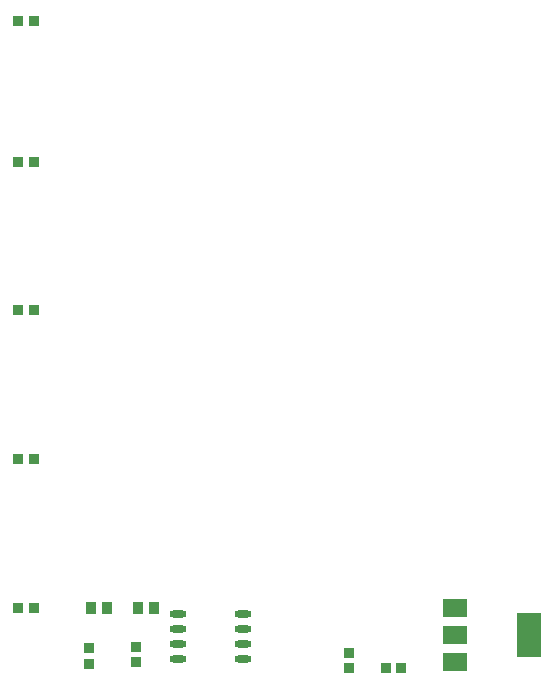
<source format=gtp>
%FSLAX23Y23*%
%MOIN*%
%SFA1B1*%

%IPPOS*%
%ADD15R,0.035430X0.039370*%
%ADD16R,0.037400X0.033470*%
%ADD17R,0.033470X0.037400*%
%ADD18R,0.078740X0.149610*%
%ADD19R,0.078740X0.059060*%
%ADD20O,0.057090X0.023620*%
%LNpcb1-1*%
%LPD*%
G54D15*
X613Y295D03*
X666D03*
X821D03*
X768D03*
G54D16*
X1470Y94D03*
Y145D03*
X760Y165D03*
Y114D03*
X605Y109D03*
Y160D03*
G54D17*
X1645Y95D03*
X1594D03*
X420Y295D03*
X369D03*
X420Y791D03*
X369D03*
X420Y1287D03*
X369D03*
X420Y1783D03*
X369D03*
X420Y2250D03*
X369D03*
G54D18*
X2073Y205D03*
G54D19*
X1825Y114D03*
Y205D03*
Y295D03*
G54D20*
X902Y275D03*
Y225D03*
Y175D03*
Y125D03*
X1117Y275D03*
Y225D03*
Y175D03*
Y125D03*
M02*
</source>
